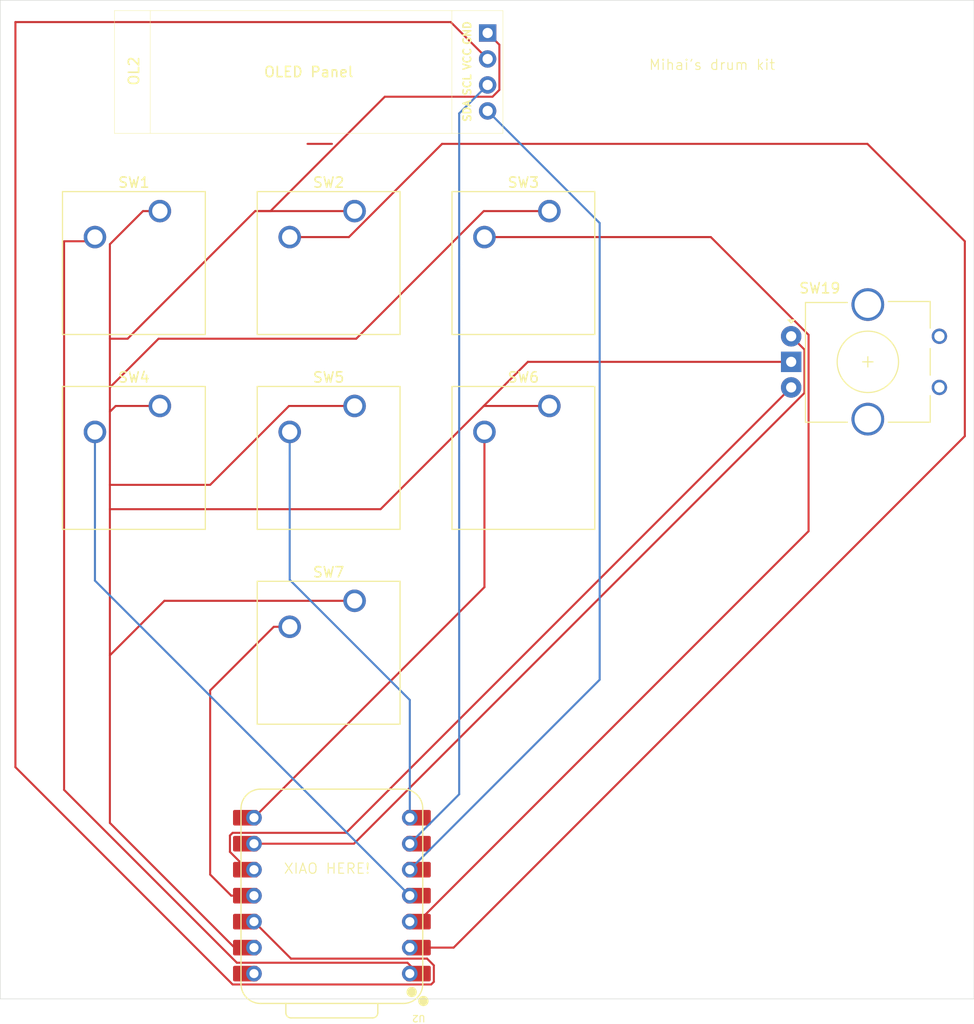
<source format=kicad_pcb>
(kicad_pcb (version 20241229) (generator "pcbnew") (generator_version "9.0")
  (layers (0 "F.Cu" signal) (2 "B.Cu" signal) (13 "F.Paste" user) (15 "B.Paste" user) (5 "F.SilkS" user "F.Silkscreen") (7 "B.SilkS" user "B.Silkscreen") (1 "F.Mask" user) (3 "B.Mask" user) (25 "Edge.Cuts" user))
  (net 0 "")
  (net 1 "SDA")
  (net 2 "+3V3")
  (net 3 "GND")
  (net 4 "SCL")
  (net 5 "enc_B")
  (net 6 "enc_A")
  (net 8 "Net-(U2-GPIO26{slash}ADC0{slash}A0)")
  (net 9 "Net-(U2-GPIO27{slash}ADC1{slash}A1)")
  (net 10 "Net-(U2-GPIO28{slash}ADC2{slash}A2)")
  (net 11 "Net-(U2-GPIO29{slash}ADC3{slash}A3)")
  (net 12 "Net-(U2-GPIO0{slash}TX)")
  (net 13 "Net-(U2-GPIO1{slash}RX)")
  (net 14 "Net-(U2-GPIO3{slash}MOSI)")
  (footprint "Button_Switch_Keyboard:SW_Cherry_MX_1.00u_PCB" (layer "F.Cu") (at 135.5725 78.01175)
    (property "Reference" "SW2" (at -2.54 -2.794 0) (layer "F.SilkS"))
    (property "Value" "SW_Push")
    (fp_line (start -9.525 -1.905) (end 4.445 -1.905) (stroke (width 0.12)) (layer "F.SilkS"))
    (fp_line (start -9.525 12.065) (end -9.525 -1.905) (stroke (width 0.12)) (layer "F.SilkS"))
    (fp_line (start 4.445 -1.905) (end 4.445 12.065) (stroke (width 0.12)) (layer "F.SilkS"))
    (fp_line (start 4.445 12.065) (end -9.525 12.065) (stroke (width 0.12)) (layer "F.SilkS"))
    (pad "" np_thru_hole circle (at -7.62 5.08) (size 1.7 1.7) (drill 1.7) (layers "*.Cu" "*.Mask"))
    (pad "" np_thru_hole circle (at -2.54 5.08) (size 4 4) (drill 4) (layers "*.Cu" "*.Mask"))
    (pad "" np_thru_hole circle (at 2.54 5.08) (size 1.7 1.7) (drill 1.7) (layers "*.Cu" "*.Mask"))
    (pad "1" thru_hole circle (at 0 0) (size 2.2 2.2) (drill 1.5) (layers "*.Cu" "*.Mask") (net 3 "GND"))
    (pad "2" thru_hole circle (at -6.35 2.54) (size 2.2 2.2) (drill 1.5) (layers "*.Cu" "*.Mask") (net 9 "Net-(U2-GPIO27{slash}ADC1{slash}A1)"))
  )
  (footprint "Rotary_Encoder:RotaryEncoder_Alps_EC11E_Vertical_H20mm_CircularMountingHoles" (layer "F.Cu") (at 178.27625 90.25)
    (property "Reference" "SW19" (at 2.8 -4.7 0) (layer "F.SilkS"))
    (property "Value" "RotaryEncoder_Switch")
    (fp_line (start -0.3 -1.6) (end 0.3 -1.6) (stroke (width 0.12)) (layer "F.SilkS"))
    (fp_line (start 0 -1.3) (end -0.3 -1.6) (stroke (width 0.12)) (layer "F.SilkS"))
    (fp_line (start 0.3 -1.6) (end 0 -1.3) (stroke (width 0.12)) (layer "F.SilkS"))
    (fp_line (start 1.4 -3.3) (end 1.4 8.4) (stroke (width 0.12)) (layer "F.SilkS"))
    (fp_line (start 5.5 -3.3) (end 1.4 -3.3) (stroke (width 0.12)) (layer "F.SilkS"))
    (fp_line (start 5.5 8.4) (end 1.4 8.4) (stroke (width 0.12)) (layer "F.SilkS"))
    (fp_line (start 7 2.5) (end 8 2.5) (stroke (width 0.12)) (layer "F.SilkS"))
    (fp_line (start 7.5 2) (end 7.5 3) (stroke (width 0.12)) (layer "F.SilkS"))
    (fp_line (start 9.5 -3.4) (end 13.6 -3.4) (stroke (width 0.12)) (layer "F.SilkS"))
    (fp_line (start 13.6 -3.4) (end 13.6 -0.8) (stroke (width 0.12)) (layer "F.SilkS"))
    (fp_line (start 13.6 1.2) (end 13.6 3.8) (stroke (width 0.12)) (layer "F.SilkS"))
    (fp_line (start 13.6 5.8) (end 13.6 8.4) (stroke (width 0.12)) (layer "F.SilkS"))
    (fp_line (start 13.6 8.4) (end 9.5 8.4) (stroke (width 0.12)) (layer "F.SilkS"))
    (fp_circle (center 7.5 2.5) (end 10.5 2.5) (stroke (width 0.12)) (fill no) (layer "F.SilkS"))
    (pad "" thru_hole circle (at 14.5 0) (size 1.5 1.5) (drill 1) (layers "*.Cu" "*.Mask"))
    (pad "" thru_hole circle (at 14.5 5) (size 1.5 1.5) (drill 1) (layers "*.Cu" "*.Mask"))
    (pad "A" thru_hole circle (at 0 0) (size 2 2) (drill 1) (layers "*.Cu" "*.Mask") (net 6 "enc_A"))
    (pad "B" thru_hole circle (at 0 5) (size 2 2) (drill 1) (layers "*.Cu" "*.Mask") (net 5 "enc_B"))
    (pad "C" thru_hole rect (at 0 2.5) (size 2 2) (drill 1) (layers "*.Cu" "*.Mask") (net 3 "GND"))
    (pad "MP" thru_hole circle (at 7.5 -3.1) (size 3.2 3.2) (drill 2.6) (layers "*.Cu" "*.Mask"))
    (pad "MP" thru_hole circle (at 7.5 8.1) (size 3.2 3.2) (drill 2.6) (layers "*.Cu" "*.Mask"))
  )
  (footprint "Button_Switch_Keyboard:SW_Cherry_MX_1.00u_PCB" (layer "F.Cu") (at 154.6225 97.06175)
    (property "Reference" "SW6" (at -2.54 -2.794 0) (layer "F.SilkS"))
    (property "Value" "SW_Push")
    (fp_line (start -9.525 -1.905) (end 4.445 -1.905) (stroke (width 0.12)) (layer "F.SilkS"))
    (fp_line (start -9.525 12.065) (end -9.525 -1.905) (stroke (width 0.12)) (layer "F.SilkS"))
    (fp_line (start 4.445 -1.905) (end 4.445 12.065) (stroke (width 0.12)) (layer "F.SilkS"))
    (fp_line (start 4.445 12.065) (end -9.525 12.065) (stroke (width 0.12)) (layer "F.SilkS"))
    (pad "" np_thru_hole circle (at -7.62 5.08) (size 1.7 1.7) (drill 1.7) (layers "*.Cu" "*.Mask"))
    (pad "" np_thru_hole circle (at -2.54 5.08) (size 4 4) (drill 4) (layers "*.Cu" "*.Mask"))
    (pad "" np_thru_hole circle (at 2.54 5.08) (size 1.7 1.7) (drill 1.7) (layers "*.Cu" "*.Mask"))
    (pad "1" thru_hole circle (at 0 0) (size 2.2 2.2) (drill 1.5) (layers "*.Cu" "*.Mask") (net 3 "GND"))
    (pad "2" thru_hole circle (at -6.35 2.54) (size 2.2 2.2) (drill 1.5) (layers "*.Cu" "*.Mask") (net 13 "Net-(U2-GPIO1{slash}RX)"))
  )
  (footprint "Button_Switch_Keyboard:SW_Cherry_MX_1.00u_PCB" (layer "F.Cu") (at 135.5725 116.11175)
    (property "Reference" "SW7" (at -2.54 -2.794 0) (layer "F.SilkS"))
    (property "Value" "SW_Push")
    (fp_line (start -9.525 -1.905) (end 4.445 -1.905) (stroke (width 0.12)) (layer "F.SilkS"))
    (fp_line (start -9.525 12.065) (end -9.525 -1.905) (stroke (width 0.12)) (layer "F.SilkS"))
    (fp_line (start 4.445 -1.905) (end 4.445 12.065) (stroke (width 0.12)) (layer "F.SilkS"))
    (fp_line (start 4.445 12.065) (end -9.525 12.065) (stroke (width 0.12)) (layer "F.SilkS"))
    (pad "" np_thru_hole circle (at -7.62 5.08) (size 1.7 1.7) (drill 1.7) (layers "*.Cu" "*.Mask"))
    (pad "" np_thru_hole circle (at -2.54 5.08) (size 4 4) (drill 4) (layers "*.Cu" "*.Mask"))
    (pad "" np_thru_hole circle (at 2.54 5.08) (size 1.7 1.7) (drill 1.7) (layers "*.Cu" "*.Mask"))
    (pad "1" thru_hole circle (at 0 0) (size 2.2 2.2) (drill 1.5) (layers "*.Cu" "*.Mask") (net 3 "GND"))
    (pad "2" thru_hole circle (at -6.35 2.54) (size 2.2 2.2) (drill 1.5) (layers "*.Cu" "*.Mask") (net 14 "Net-(U2-GPIO3{slash}MOSI)"))
  )
  (footprint "oled:SSD1306-0.91-OLED-4pin-128x32" (layer "F.Cu") (at 112.08375 58.40875)
    (property "Reference" "OL2" (at 1.9 5.91 90) (layer "F.SilkS"))
    (property "Value" "OLED")
    (fp_line (start 0 0) (end 0 12) (stroke (width 0.04)) (layer "F.SilkS"))
    (fp_line (start 0 12) (end 38 12) (stroke (width 0.04)) (layer "F.SilkS"))
    (fp_line (start 3.5 0) (end 3.5 12) (stroke (width 0.04)) (layer "F.SilkS"))
    (fp_line (start 33 0) (end 33 12) (stroke (width 0.04)) (layer "F.SilkS"))
    (fp_line (start 38 0) (end 0 0) (stroke (width 0.04)) (layer "F.SilkS"))
    (fp_line (start 38 12) (end 38 0) (stroke (width 0.04)) (layer "F.SilkS"))
    (fp_text user "SDA" (at 34.5 9.81 270) (layer "F.SilkS") (effects (font (size 0.75 0.75))))
    (fp_text user "GND" (at 34.5 2.19 270) (layer "F.SilkS") (effects (font (size 0.75 0.75))))
    (fp_text user "OLED Panel" (at 19 6 0) (layer "F.SilkS"))
    (fp_text user "SCL" (at 34.5 7.27 270) (layer "F.SilkS") (effects (font (size 0.75 0.75))))
    (fp_text user "VCC" (at 34.5 4.73 270) (layer "F.SilkS") (effects (font (size 0.75 0.75))))
    (pad "1" thru_hole rect (at 36.5 2.19) (size 1.7 1.7) (drill 1) (layers "*.Cu" "*.Mask") (net 1 "SDA"))
    (pad "2" thru_hole oval (at 36.5 4.73) (size 1.7 1.7) (drill 1) (layers "*.Cu" "*.Mask") (net 4 "SCL"))
    (pad "3" thru_hole oval (at 36.5 7.27) (size 1.7 1.7) (drill 1) (layers "*.Cu" "*.Mask") (net 2 "+3V3"))
    (pad "4" thru_hole oval (at 36.5 9.81) (size 1.7 1.7) (drill 1) (layers "*.Cu" "*.Mask") (net 3 "GND"))
  )
  (footprint "OPL:XIAO-RP2040-DIP" (layer "F.Cu") (at 133.35 144.93875 180)
    (property "Reference" "U2" (at -8.5 -12 180) (layer "F.SilkS") (effects (font (size 0.635 0.635) (thickness 0.1016))))
    (property "Value" "XIAO-RP2040-DIP")
    (fp_line (start 8.89 8.509) (end 8.89 -8.636) (stroke (width 0.127)) (layer "F.SilkS"))
    (fp_line (start 6.985 -10.541) (end -6.985 -10.541) (stroke (width 0.1)) (layer "F.SilkS"))
    (fp_line (start 6.985 -10.541) (end -6.985 -10.541) (stroke (width 0.127)) (layer "F.SilkS"))
    (fp_line (start 4.504 -11.451) (end 4.504 -10.541) (stroke (width 0.127)) (layer "F.SilkS"))
    (fp_line (start -3.991272 -11.951) (end 4.004 -11.951) (stroke (width 0.127)) (layer "F.SilkS"))
    (fp_line (start -4.495 -10.541) (end -4.491272 -11.451272) (stroke (width 0.127)) (layer "F.SilkS"))
    (fp_line (start -6.985 10.414) (end 6.985 10.414) (stroke (width 0.127)) (layer "F.SilkS"))
    (fp_line (start -8.89 8.509) (end -8.89 -8.636) (stroke (width 0.127)) (layer "F.SilkS"))
    (fp_arc (start 8.89 8.509) (mid 8.332038 9.856038) (end 6.985 10.414) (stroke (width 0.127)) (layer "F.SilkS"))
    (fp_arc (start 6.985 -10.541) (mid 8.332038 -9.983038) (end 8.89 -8.636) (stroke (width 0.127)) (layer "F.SilkS"))
    (fp_arc (start 4.004 -11.951) (mid 4.357553 -11.804553) (end 4.504 -11.451) (stroke (width 0.127)) (layer "F.SilkS"))
    (fp_arc (start -4.491272 -11.451272) (mid -4.344728 -11.80464) (end -3.991272 -11.951) (stroke (width 0.127)) (layer "F.SilkS"))
    (fp_arc (start -6.985 10.414) (mid -8.332038 9.856038) (end -8.89 8.509) (stroke (width 0.127)) (layer "F.SilkS"))
    (fp_arc (start -8.89 -8.636) (mid -8.332038 -9.983038) (end -6.985 -10.541) (stroke (width 0.127)) (layer "F.SilkS"))
    (fp_circle (center -7.807 -9.42) (end -7.807 -9.674) (stroke (width 0.5)) (fill yes) (layer "F.SilkS"))
    (fp_circle (center -8.95 -10.3) (end -8.95 -10.554) (stroke (width 0.5)) (fill yes) (layer "F.SilkS"))
    (pad "1" smd roundrect (at -8.455 -7.62) (size 2.432 1.524) (layers "F.Cu" "F.Mask") (roundrect_rratio 0.1) (net 8 "Net-(U2-GPIO26{slash}ADC0{slash}A0)"))
    (pad "1" thru_hole circle (at -7.62 -7.62) (size 1.524 1.524) (drill 0.889) (layers "*.Cu" "*.Mask") (net 8 "Net-(U2-GPIO26{slash}ADC0{slash}A0)"))
    (pad "2" smd roundrect (at -8.455 -5.08) (size 2.432 1.524) (layers "F.Cu" "F.Mask") (roundrect_rratio 0.1) (net 9 "Net-(U2-GPIO27{slash}ADC1{slash}A1)"))
    (pad "2" thru_hole circle (at -7.62 -5.08) (size 1.524 1.524) (drill 0.889) (layers "*.Cu" "*.Mask") (net 9 "Net-(U2-GPIO27{slash}ADC1{slash}A1)"))
    (pad "3" smd roundrect (at -8.455 -2.54) (size 2.432 1.524) (layers "F.Cu" "F.Mask") (roundrect_rratio 0.1) (net 10 "Net-(U2-GPIO28{slash}ADC2{slash}A2)"))
    (pad "3" thru_hole circle (at -7.62 -2.54) (size 1.524 1.524) (drill 0.889) (layers "*.Cu" "*.Mask") (net 10 "Net-(U2-GPIO28{slash}ADC2{slash}A2)"))
    (pad "4" smd roundrect (at -8.455 0) (size 2.432 1.524) (layers "F.Cu" "F.Mask") (roundrect_rratio 0.1) (net 11 "Net-(U2-GPIO29{slash}ADC3{slash}A3)"))
    (pad "4" thru_hole circle (at -7.62 0) (size 1.524 1.524) (drill 0.889) (layers "*.Cu" "*.Mask") (net 11 "Net-(U2-GPIO29{slash}ADC3{slash}A3)"))
    (pad "5" smd roundrect (at -8.455 2.54) (size 2.432 1.524) (layers "F.Cu" "F.Mask") (roundrect_rratio 0.1) (net 1 "SDA"))
    (pad "5" thru_hole circle (at -7.62 2.54) (size 1.524 1.524) (drill 0.889) (layers "*.Cu" "*.Mask") (net 1 "SDA"))
    (pad "6" smd roundrect (at -8.455 5.08) (size 2.432 1.524) (layers "F.Cu" "F.Mask") (roundrect_rratio 0.1) (net 4 "SCL"))
    (pad "6" thru_hole circle (at -7.62 5.08) (size 1.524 1.524) (drill 0.889) (layers "*.Cu" "*.Mask") (net 4 "SCL"))
    (pad "7" smd roundrect (at -8.455 7.62) (size 2.432 1.524) (layers "F.Cu" "F.Mask") (roundrect_rratio 0.1) (net 12 "Net-(U2-GPIO0{slash}TX)"))
    (pad "7" thru_hole circle (at -7.62 7.62) (size 1.524 1.524) (drill 0.889) (layers "*.Cu" "*.Mask") (net 12 "Net-(U2-GPIO0{slash}TX)"))
    (pad "8" thru_hole circle (at 7.62 7.62 180) (size 1.524 1.524) (drill 0.889) (layers "*.Cu" "*.Mask") (net 13 "Net-(U2-GPIO1{slash}RX)"))
    (pad "8" smd roundrect (at 8.455 7.62 180) (size 2.432 1.524) (layers "F.Cu" "F.Mask") (roundrect_rratio 0.1) (net 13 "Net-(U2-GPIO1{slash}RX)"))
    (pad "9" thru_hole circle (at 7.62 5.08 180) (size 1.524 1.524) (drill 0.889) (layers "*.Cu" "*.Mask") (net 6 "enc_A"))
    (pad "9" smd roundrect (at 8.455 5.08 180) (size 2.432 1.524) (layers "F.Cu" "F.Mask") (roundrect_rratio 0.1) (net 6 "enc_A"))
    (pad "10" thru_hole circle (at 7.62 2.54 180) (size 1.524 1.524) (drill 0.889) (layers "*.Cu" "*.Mask") (net 5 "enc_B"))
    (pad "10" smd roundrect (at 8.455 2.54 180) (size 2.432 1.524) (layers "F.Cu" "F.Mask") (roundrect_rratio 0.1) (net 5 "enc_B"))
    (pad "11" thru_hole circle (at 7.62 0 180) (size 1.524 1.524) (drill 0.889) (layers "*.Cu" "*.Mask") (net 14 "Net-(U2-GPIO3{slash}MOSI)"))
    (pad "11" smd roundrect (at 8.455 0 180) (size 2.432 1.524) (layers "F.Cu" "F.Mask") (roundrect_rratio 0.1) (net 14 "Net-(U2-GPIO3{slash}MOSI)"))
    (pad "12" thru_hole circle (at 7.62 -2.54 180) (size 1.524 1.524) (drill 0.889) (layers "*.Cu" "*.Mask") (net 2 "+3V3"))
    (pad "12" smd roundrect (at 8.455 -2.54 180) (size 2.432 1.524) (layers "F.Cu" "F.Mask") (roundrect_rratio 0.1) (net 2 "+3V3"))
    (pad "13" thru_hole circle (at 7.62 -5.08 180) (size 1.524 1.524) (drill 0.889) (layers "*.Cu" "*.Mask") (net 3 "GND"))
    (pad "13" smd roundrect (at 8.455 -5.08 180) (size 2.432 1.524) (layers "F.Cu" "F.Mask") (roundrect_rratio 0.1) (net 3 "GND"))
    (pad "14" thru_hole circle (at 7.62 -7.62 180) (size 1.524 1.524) (drill 0.889) (layers "*.Cu" "*.Mask"))
    (pad "14" smd roundrect (at 8.455 -7.62 180) (size 2.432 1.524) (layers "F.Cu" "F.Mask") (roundrect_rratio 0.1))
  )
  (footprint "Button_Switch_Keyboard:SW_Cherry_MX_1.00u_PCB" (layer "F.Cu") (at 116.5225 78.01175)
    (property "Reference" "SW1" (at -2.54 -2.794 0) (layer "F.SilkS"))
    (property "Value" "SW_Push")
    (fp_line (start -9.525 -1.905) (end 4.445 -1.905) (stroke (width 0.12)) (layer "F.SilkS"))
    (fp_line (start -9.525 12.065) (end -9.525 -1.905) (stroke (width 0.12)) (layer "F.SilkS"))
    (fp_line (start 4.445 -1.905) (end 4.445 12.065) (stroke (width 0.12)) (layer "F.SilkS"))
    (fp_line (start 4.445 12.065) (end -9.525 12.065) (stroke (width 0.12)) (layer "F.SilkS"))
    (pad "" np_thru_hole circle (at -7.62 5.08) (size 1.7 1.7) (drill 1.7) (layers "*.Cu" "*.Mask"))
    (pad "" np_thru_hole circle (at -2.54 5.08) (size 4 4) (drill 4) (layers "*.Cu" "*.Mask"))
    (pad "" np_thru_hole circle (at 2.54 5.08) (size 1.7 1.7) (drill 1.7) (layers "*.Cu" "*.Mask"))
    (pad "1" thru_hole circle (at 0 0) (size 2.2 2.2) (drill 1.5) (layers "*.Cu" "*.Mask") (net 3 "GND"))
    (pad "2" thru_hole circle (at -6.35 2.54) (size 2.2 2.2) (drill 1.5) (layers "*.Cu" "*.Mask") (net 8 "Net-(U2-GPIO26{slash}ADC0{slash}A0)"))
  )
  (footprint "Button_Switch_Keyboard:SW_Cherry_MX_1.00u_PCB" (layer "F.Cu") (at 154.6225 78.01175)
    (property "Reference" "SW3" (at -2.54 -2.794 0) (layer "F.SilkS"))
    (property "Value" "SW_Push")
    (fp_line (start -9.525 -1.905) (end 4.445 -1.905) (stroke (width 0.12)) (layer "F.SilkS"))
    (fp_line (start -9.525 12.065) (end -9.525 -1.905) (stroke (width 0.12)) (layer "F.SilkS"))
    (fp_line (start 4.445 -1.905) (end 4.445 12.065) (stroke (width 0.12)) (layer "F.SilkS"))
    (fp_line (start 4.445 12.065) (end -9.525 12.065) (stroke (width 0.12)) (layer "F.SilkS"))
    (pad "" np_thru_hole circle (at -7.62 5.08) (size 1.7 1.7) (drill 1.7) (layers "*.Cu" "*.Mask"))
    (pad "" np_thru_hole circle (at -2.54 5.08) (size 4 4) (drill 4) (layers "*.Cu" "*.Mask"))
    (pad "" np_thru_hole circle (at 2.54 5.08) (size 1.7 1.7) (drill 1.7) (layers "*.Cu" "*.Mask"))
    (pad "1" thru_hole circle (at 0 0) (size 2.2 2.2) (drill 1.5) (layers "*.Cu" "*.Mask") (net 3 "GND"))
    (pad "2" thru_hole circle (at -6.35 2.54) (size 2.2 2.2) (drill 1.5) (layers "*.Cu" "*.Mask") (net 10 "Net-(U2-GPIO28{slash}ADC2{slash}A2)"))
  )
  (footprint "Button_Switch_Keyboard:SW_Cherry_MX_1.00u_PCB" (layer "F.Cu") (at 116.5225 97.06175)
    (property "Reference" "SW4" (at -2.54 -2.794 0) (layer "F.SilkS"))
    (property "Value" "SW_Push")
    (fp_line (start -9.525 -1.905) (end 4.445 -1.905) (stroke (width 0.12)) (layer "F.SilkS"))
    (fp_line (start -9.525 12.065) (end -9.525 -1.905) (stroke (width 0.12)) (layer "F.SilkS"))
    (fp_line (start 4.445 -1.905) (end 4.445 12.065) (stroke (width 0.12)) (layer "F.SilkS"))
    (fp_line (start 4.445 12.065) (end -9.525 12.065) (stroke (width 0.12)) (layer "F.SilkS"))
    (pad "" np_thru_hole circle (at -7.62 5.08) (size 1.7 1.7) (drill 1.7) (layers "*.Cu" "*.Mask"))
    (pad "" np_thru_hole circle (at -2.54 5.08) (size 4 4) (drill 4) (layers "*.Cu" "*.Mask"))
    (pad "" np_thru_hole circle (at 2.54 5.08) (size 1.7 1.7) (drill 1.7) (layers "*.Cu" "*.Mask"))
    (pad "1" thru_hole circle (at 0 0) (size 2.2 2.2) (drill 1.5) (layers "*.Cu" "*.Mask") (net 3 "GND"))
    (pad "2" thru_hole circle (at -6.35 2.54) (size 2.2 2.2) (drill 1.5) (layers "*.Cu" "*.Mask") (net 11 "Net-(U2-GPIO29{slash}ADC3{slash}A3)"))
  )
  (footprint "Button_Switch_Keyboard:SW_Cherry_MX_1.00u_PCB" (layer "F.Cu") (at 135.5725 97.06175)
    (property "Reference" "SW5" (at -2.54 -2.794 0) (layer "F.SilkS"))
    (property "Value" "SW_Push")
    (fp_line (start -9.525 -1.905) (end 4.445 -1.905) (stroke (width 0.12)) (layer "F.SilkS"))
    (fp_line (start -9.525 12.065) (end -9.525 -1.905) (stroke (width 0.12)) (layer "F.SilkS"))
    (fp_line (start 4.445 -1.905) (end 4.445 12.065) (stroke (width 0.12)) (layer "F.SilkS"))
    (fp_line (start 4.445 12.065) (end -9.525 12.065) (stroke (width 0.12)) (layer "F.SilkS"))
    (pad "" np_thru_hole circle (at -7.62 5.08) (size 1.7 1.7) (drill 1.7) (layers "*.Cu" "*.Mask"))
    (pad "" np_thru_hole circle (at -2.54 5.08) (size 4 4) (drill 4) (layers "*.Cu" "*.Mask"))
    (pad "" np_thru_hole circle (at 2.54 5.08) (size 1.7 1.7) (drill 1.7) (layers "*.Cu" "*.Mask"))
    (pad "1" thru_hole circle (at 0 0) (size 2.2 2.2) (drill 1.5) (layers "*.Cu" "*.Mask") (net 3 "GND"))
    (pad "2" thru_hole circle (at -6.35 2.54) (size 2.2 2.2) (drill 1.5) (layers "*.Cu" "*.Mask") (net 12 "Net-(U2-GPIO0{slash}TX)"))
  )
  (gr_rect (start 100.909812 57.397937) (end 196.159812 155.029187) (stroke (width 0.05)) (fill no) (layer "Edge.Cuts"))
  (gr_text "XIAO HERE!\n" (at 128.5875 142.875 0) (layer "F.SilkS") (effects (font (size 1 1) (thickness 0.1)) (justify left bottom)))
  (gr_text "Mihai's drum kit\n" (at 164.30625 64.29375 0) (layer "F.SilkS") (effects (font (size 1 1) (thickness 0.1)) (justify left bottom)))
  (segment (start 140.97 142.39875) (end 159.54375 123.825) (width 0.2) (layer "B.Cu") (net 1))
  (segment (start 159.54375 79.17875) (end 148.58375 68.21875) (width 0.2) (layer "B.Cu") (net 1))
  (segment (start 159.54375 123.825) (end 159.54375 79.17875) (width 0.2) (layer "B.Cu") (net 1))
  (segment (start 125.73 147.47875) (end 129.346 151.09475) (width 0.2) (layer "F.Cu") (net 2))
  (segment (start 143.322 151.757124) (end 143.322 153.360376) (width 0.2) (layer "F.Cu") (net 2))
  (segment (start 144.97625 59.53125) (end 148.58375 63.13875) (width 0.2) (layer "F.Cu") (net 2))
  (segment (start 142.659626 151.09475) (end 143.322 151.757124) (width 0.2) (layer "F.Cu") (net 2))
  (segment (start 123.639374 153.62175) (end 102.39375 132.376126) (width 0.2) (layer "F.Cu") (net 2))
  (segment (start 102.39375 132.376126) (end 102.39375 59.53125) (width 0.2) (layer "F.Cu") (net 2))
  (segment (start 129.346 151.09475) (end 142.659626 151.09475) (width 0.2) (layer "F.Cu") (net 2))
  (segment (start 143.060626 153.62175) (end 123.639374 153.62175) (width 0.2) (layer "F.Cu") (net 2))
  (segment (start 143.322 153.360376) (end 143.060626 153.62175) (width 0.2) (layer "F.Cu") (net 2))
  (segment (start 102.39375 59.53125) (end 144.97625 59.53125) (width 0.2) (layer "F.Cu") (net 2))
  (segment (start 138.52485 66.82975) (end 127.34285 78.01175) (width 0.2) (layer "F.Cu") (net 3))
  (segment (start 114.8695 78.01175) (end 116.5225 78.01175) (width 0.2) (layer "F.Cu") (net 3))
  (segment (start 148.207 78.01175) (end 135.73125 90.4875) (width 0.2) (layer "F.Cu") (net 3))
  (segment (start 111.6315 121.44375) (end 111.6315 107.15625) (width 0.2) (layer "F.Cu") (net 3))
  (segment (start 135.5725 97.06175) (end 129.157 97.06175) (width 0.2) (layer "F.Cu") (net 3))
  (segment (start 154.6225 78.01175) (end 148.207 78.01175) (width 0.2) (layer "F.Cu") (net 3))
  (segment (start 111.6315 81.24975) (end 114.8695 78.01175) (width 0.2) (layer "F.Cu") (net 3))
  (segment (start 116.9635 116.11175) (end 111.6315 121.44375) (width 0.2) (layer "F.Cu") (net 3))
  (segment (start 125.73 150.01875) (end 123.825 150.01875) (width 0.2) (layer "F.Cu") (net 3))
  (segment (start 138.1125 107.15625) (end 111.6315 107.15625) (width 0.2) (layer "F.Cu") (net 3))
  (segment (start 111.6315 95.25) (end 111.6315 90.4875) (width 0.2) (layer "F.Cu") (net 3))
  (segment (start 113.36522 90.4875) (end 111.6315 90.4875) (width 0.2) (layer "F.Cu") (net 3))
  (segment (start 154.6225 97.06175) (end 148.207 97.06175) (width 0.2) (layer "F.Cu") (net 3))
  (segment (start 111.6315 107.15625) (end 111.6315 104.775) (width 0.2) (layer "F.Cu") (net 3))
  (segment (start 149.73475 61.74975) (end 149.73475 66.15551) (width 0.2) (layer "F.Cu") (net 3))
  (segment (start 123.825 150.01875) (end 111.6315 137.82525) (width 0.2) (layer "F.Cu") (net 3))
  (segment (start 116.394 90.4875) (end 111.6315 95.25) (width 0.2) (layer "F.Cu") (net 3))
  (segment (start 178.27625 92.75) (end 152.51875 92.75) (width 0.2) (layer "F.Cu") (net 3))
  (segment (start 111.6315 90.4875) (end 111.6315 81.24975) (width 0.2) (layer "F.Cu") (net 3))
  (segment (start 148.58375 60.59875) (end 149.73475 61.74975) (width 0.2) (layer "F.Cu") (net 3))
  (segment (start 148.207 97.06175) (end 138.1125 107.15625) (width 0.2) (layer "F.Cu") (net 3))
  (segment (start 127.34285 78.01175) (end 126.20625 78.01175) (width 0.2) (layer "F.Cu") (net 3))
  (segment (start 135.5725 116.11175) (end 116.9635 116.11175) (width 0.2) (layer "F.Cu") (net 3))
  (segment (start 152.51875 92.75) (end 148.207 97.06175) (width 0.2) (layer "F.Cu") (net 3))
  (segment (start 149.73475 66.15551) (end 149.06051 66.82975) (width 0.2) (layer "F.Cu") (net 3))
  (segment (start 111.6315 104.775) (end 111.6315 97.63125) (width 0.2) (layer "F.Cu") (net 3))
  (segment (start 149.06051 66.82975) (end 138.52485 66.82975) (width 0.2) (layer "F.Cu") (net 3))
  (segment (start 111.6315 97.63125) (end 111.6315 95.25) (width 0.2) (layer "F.Cu") (net 3))
  (segment (start 135.73125 90.4875) (end 116.394 90.4875) (width 0.2) (layer "F.Cu") (net 3))
  (segment (start 111.6315 137.82525) (end 111.6315 121.44375) (width 0.2) (layer "F.Cu") (net 3))
  (segment (start 121.44375 104.775) (end 111.6315 104.775) (width 0.2) (layer "F.Cu") (net 3))
  (segment (start 129.157 97.06175) (end 121.44375 104.775) (width 0.2) (layer "F.Cu") (net 3))
  (segment (start 116.5225 97.06175) (end 112.201 97.06175) (width 0.2) (layer "F.Cu") (net 3))
  (segment (start 135.5725 78.01175) (end 125.84097 78.01175) (width 0.2) (layer "F.Cu") (net 3))
  (segment (start 125.84097 78.01175) (end 113.36522 90.4875) (width 0.2) (layer "F.Cu") (net 3))
  (segment (start 112.201 97.06175) (end 111.6315 97.63125) (width 0.2) (layer "F.Cu") (net 3))
  (segment (start 140.97 139.85875) (end 145.8015 135.02725) (width 0.2) (layer "B.Cu") (net 4))
  (segment (start 145.8015 135.02725) (end 145.8015 68.461) (width 0.2) (layer "B.Cu") (net 4))
  (segment (start 145.8015 68.461) (end 148.58375 65.67875) (width 0.2) (layer "B.Cu") (net 4))
  (segment (start 125.116374 142.39875) (end 123.378 140.660376) (width 0.2) (layer "F.Cu") (net 5))
  (segment (start 123.378 139.057124) (end 123.639374 138.79575) (width 0.2) (layer "F.Cu") (net 5))
  (segment (start 125.73 142.39875) (end 125.116374 142.39875) (width 0.2) (layer "F.Cu") (net 5))
  (segment (start 123.639374 138.79575) (end 134.7305 138.79575) (width 0.2) (layer "F.Cu") (net 5))
  (segment (start 134.7305 138.79575) (end 178.27625 95.25) (width 0.2) (layer "F.Cu") (net 5))
  (segment (start 123.378 140.660376) (end 123.378 139.057124) (width 0.2) (layer "F.Cu") (net 5))
  (segment (start 179.57725 95.788892) (end 135.507392 139.85875) (width 0.2) (layer "F.Cu") (net 6))
  (segment (start 178.27625 90.25) (end 179.57725 91.551) (width 0.2) (layer "F.Cu") (net 6))
  (segment (start 179.57725 91.551) (end 179.57725 95.788892) (width 0.2) (layer "F.Cu") (net 6))
  (segment (start 135.507392 139.85875) (end 124.895 139.85875) (width 0.2) (layer "F.Cu") (net 6))
  (segment (start 140.742 151.49575) (end 124.053374 151.49575) (width 0.2) (layer "F.Cu") (net 8))
  (segment (start 141.805 152.55875) (end 140.742 151.49575) (width 0.2) (layer "F.Cu") (net 8))
  (segment (start 107.15625 134.598626) (end 107.15625 80.9625) (width 0.2) (layer "F.Cu") (net 8))
  (segment (start 107.15625 80.9625) (end 109.76175 80.9625) (width 0.2) (layer "F.Cu") (net 8))
  (segment (start 109.76175 80.9625) (end 110.1725 80.55175) (width 0.2) (layer "F.Cu") (net 8))
  (segment (start 124.053374 151.49575) (end 107.15625 134.598626) (width 0.2) (layer "F.Cu") (net 8))
  (segment (start 195.2625 100.0125) (end 195.2625 80.9625) (width 0.2) (layer "F.Cu") (net 9))
  (segment (start 145.25625 150.01875) (end 195.2625 100.0125) (width 0.2) (layer "F.Cu") (net 9))
  (segment (start 133.35 71.4375) (end 130.96875 71.4375) (width 0.2) (layer "F.Cu") (net 9))
  (segment (start 185.7375 71.4375) (end 144.128064 71.4375) (width 0.2) (layer "F.Cu") (net 9))
  (segment (start 140.97 150.01875) (end 145.25625 150.01875) (width 0.2) (layer "F.Cu") (net 9))
  (segment (start 135.013814 80.55175) (end 129.2225 80.55175) (width 0.2) (layer "F.Cu") (net 9))
  (segment (start 195.2625 80.9625) (end 185.7375 71.4375) (width 0.2) (layer "F.Cu") (net 9))
  (segment (start 144.128064 71.4375) (end 135.013814 80.55175) (width 0.2) (layer "F.Cu") (net 9))
  (segment (start 179.97825 109.3055) (end 179.97825 90.112108) (width 0.2) (layer "F.Cu") (net 10))
  (segment (start 170.417892 80.55175) (end 148.2725 80.55175) (width 0.2) (layer "F.Cu") (net 10))
  (segment (start 179.97825 90.112108) (end 170.417892 80.55175) (width 0.2) (layer "F.Cu") (net 10))
  (segment (start 141.805 147.47875) (end 179.97825 109.3055) (width 0.2) (layer "F.Cu") (net 10))
  (segment (start 140.97 144.93875) (end 110.1725 114.14125) (width 0.2) (layer "B.Cu") (net 11))
  (segment (start 110.1725 114.14125) (end 110.1725 99.60175) (width 0.2) (layer "B.Cu") (net 11))
  (segment (start 129.2225 114.056934) (end 129.2225 99.60175) (width 0.2) (layer "B.Cu") (net 12))
  (segment (start 140.97 125.804434) (end 129.2225 114.056934) (width 0.2) (layer "B.Cu") (net 12))
  (segment (start 140.97 137.31875) (end 140.97 125.804434) (width 0.2) (layer "B.Cu") (net 12))
  (segment (start 148.2725 114.77625) (end 148.2725 99.60175) (width 0.2) (layer "F.Cu") (net 13))
  (segment (start 125.73 137.31875) (end 148.2725 114.77625) (width 0.2) (layer "F.Cu") (net 13))
  (segment (start 123.5075 144.93875) (end 125.73 144.93875) (width 0.2) (layer "F.Cu") (net 14))
  (segment (start 129.2225 118.65175) (end 127.666866 118.65175) (width 0.2) (layer "F.Cu") (net 14))
  (segment (start 127.666866 118.65175) (end 121.44375 124.874866) (width 0.2) (layer "F.Cu") (net 14))
  (segment (start 121.44375 142.875) (end 123.5075 144.93875) (width 0.2) (layer "F.Cu") (net 14))
  (segment (start 121.44375 124.874866) (end 121.44375 142.875) (width 0.2) (layer "F.Cu") (net 14))
)
</source>
